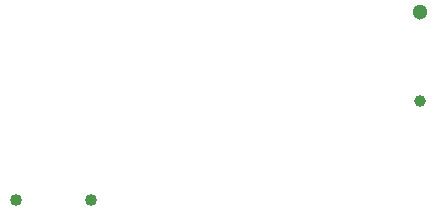
<source format=gbr>
%TF.GenerationSoftware,KiCad,Pcbnew,6.0.2+dfsg-1*%
%TF.CreationDate,2024-09-23T07:34:09+01:00*%
%TF.ProjectId,Circuit,43697263-7569-4742-9e6b-696361645f70,rev?*%
%TF.SameCoordinates,Original*%
%TF.FileFunction,NonPlated,1,2,NPTH,Drill*%
%TF.FilePolarity,Positive*%
%FSLAX46Y46*%
G04 Gerber Fmt 4.6, Leading zero omitted, Abs format (unit mm)*
G04 Created by KiCad (PCBNEW 6.0.2+dfsg-1) date 2024-09-23 07:34:09*
%MOMM*%
%LPD*%
G01*
G04 APERTURE LIST*
%TA.AperFunction,ComponentDrill*%
%ADD10C,1.000000*%
%TD*%
%TA.AperFunction,ComponentDrill*%
%ADD11C,1.020000*%
%TD*%
%TA.AperFunction,ComponentDrill*%
%ADD12C,1.300000*%
%TD*%
G04 APERTURE END LIST*
D10*
%TO.C,B1*%
X113919000Y-74920000D03*
D11*
%TO.C,J2*%
X79756000Y-83312000D03*
X86106000Y-83312000D03*
D12*
%TO.C,B1*%
X113919000Y-67420000D03*
M02*

</source>
